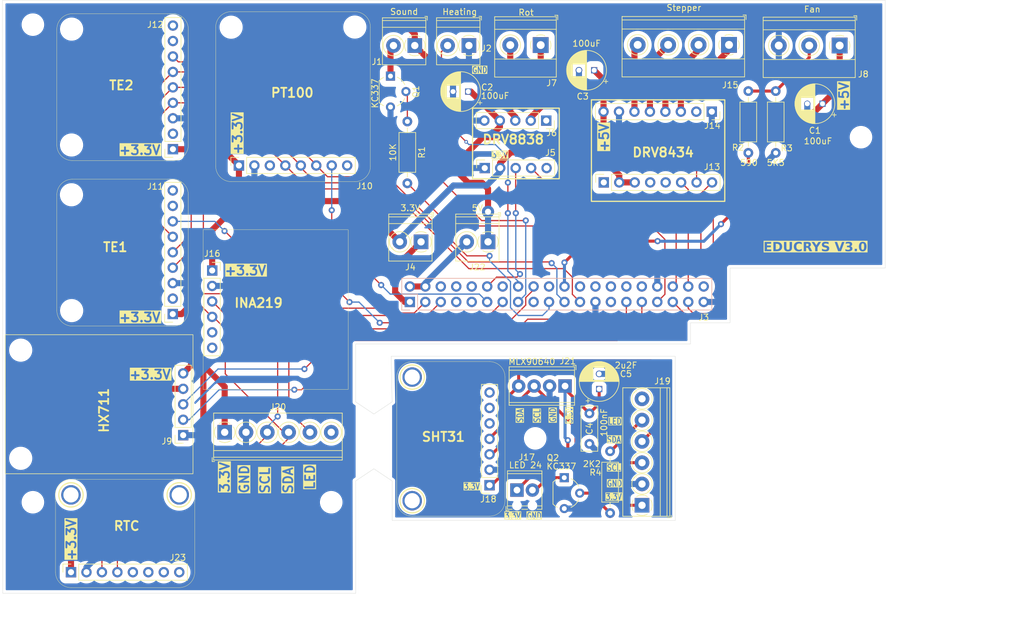
<source format=kicad_pcb>
(kicad_pcb (version 20240108) (generator "pcbnew") (generator_version "8.0")
  (layers (0 "F.Cu" signal) (31 "B.Cu" signal) (34 "B.Paste" user) (35 "F.Paste" user) (36 "B.SilkS" user "B.Silkscreen") (37 "F.SilkS" user "F.Silkscreen") (38 "B.Mask" user) (39 "F.Mask" user) (44 "Edge.Cuts" user))
  (net 0 "")
  (net 1 "+5V")
  (net 2 "+3.3V_EXT")
  (net 3 "GND_EXT")
  (net 4 "Net-(J1-Pin_2)")
  (net 6 "+3.3V")
  (net 16 "GND")
  (net 23 "Net-(J6-Pin_2)")
  (net 24 "Net-(J6-Pin_3)")
  (net 25 "Net-(J8-Pin_2)")
  (net 26 "Net-(Q1-B)")
  (net 40 "Net-(J14-Pin_5)")
  (net 41 "Net-(J14-Pin_3)")
  (net 42 "Net-(J14-Pin_4)")
  (net 43 "Net-(J14-Pin_6)")
  (net 44 "Net-(J17-Pin_2)")
  (net 45 "Net-(Q2-B)")
  (net 46 "unconnected-(J18-Pin_6-Pad6)")
  (net 47 "unconnected-(J18-Pin_7-Pad7)")
  (net 48 "unconnected-(J18-Pin_5-Pad5)")
  (net 49 "+5V_LowEnd")
  (net 52 "SSR 23")
  (net 53 "SDA 2")
  (net 54 "LIN_ON 20")
  (net 55 "PT100_CS 17")
  (net 56 "SOUND 13")
  (net 57 "LED 24")
  (net 58 "T_SDI 10")
  (net 59 "LIN_PWM 19")
  (net 60 "W_DAT 5")
  (net 61 "W_CLK 6")
  (net 62 "FAN_PWM 25")
  (net 63 "TE1_CS 27")
  (net 64 "ROT_PWM 18")
  (net 65 "TE2_CS 22")
  (net 66 "T_CLK 11")
  (net 67 "SCL 3")
  (net 68 "ROT_DIR 16")
  (net 69 "LIN_DIR 16")
  (net 70 "T_SDI 9")
  (net 71 "SCL 3_EXT")
  (net 72 "SDA 2_EXT")
  (net 73 "LED 24_EXT")
  (net 76 "+3.3V_LowEnd")
  (net 78 "unconnected-(J23-Pin_5-Pad5)")
  (footprint "MountingHole:MountingHole_3.2mm_M3_DIN965" (layer "F.Cu") (at 110 127.5)
    (property "Reference" "H3" (hide yes))
    (property "Value" "MountingHole" (hide yes))
  )
  (footprint "Capacitor_THT:CP_Radial_D6.3mm_P2.50mm" (layer "F.Cu") (at 202.182379 56.5 180)
    (property "Reference" "C3")
    (property "Value" "100uF")
  )
  (footprint "Connector_PinSocket_2.54mm:PinSocket_1x05_P2.54mm_Vertical" (layer "F.Cu") (at 134.683 116.477 180)
    (property "Reference" "J9")
    (property "Value" "HX711")
  )
  (footprint "Connector_PinSocket_2.54mm:PinSocket_1x08_P2.54mm_Vertical" (layer "F.Cu") (at 221.499 63.3 -90)
    (property "Reference" "J14")
    (property "Value" "DRV8434_Right" (hide yes))
  )
  (footprint "STAND-OFF" (layer "F.Cu") (at 116.362263 49.734737 90)
    (property "Reference" "STANDOFF3" (hide yes))
    (property "Value" "STAND-OFF" (hide yes))
  )
  (footprint "MountingHole:MountingHole_3.2mm_M3_DIN965" (layer "F.Cu") (at 159 127.5)
    (property "Reference" "H4" (hide yes))
    (property "Value" "MountingHole" (hide yes))
  )
  (footprint "MountingHole:MountingHole_3.2mm_M3_DIN965" (layer "F.Cu") (at 192.5 117)
    (property "Reference" "H5" (hide yes))
    (property "Value" "MountingHole" (hide yes))
  )
  (footprint "Connector_PinSocket_2.54mm:PinSocket_1x08_P2.54mm_Vertical" (layer "F.Cu") (at 143.84 72.148559 90)
    (property "Reference" "J10")
    (property "Value" "PT100")
  )
  (footprint "Resistor_THT:R_Axial_DIN0207_L6.3mm_D2.5mm_P10.16mm_Horizontal" (layer "F.Cu") (at 232 70.08 90)
    (property "Reference" "R3")
    (property "Value" "5K5")
  )
  (footprint "Package_TO_SOT_THT:TO-92_Wide" (layer "F.Cu") (at 197.27 123.46 -90)
    (property "Reference" "Q2")
    (property "Value" "KC337")
  )
  (footprint "STAND-OFF" (layer "F.Cu") (at 162.876635 49.398686)
    (property "Reference" "STANDOFF3" (hide yes))
    (property "Value" "STAND-OFF" (hide yes))
  )
  (footprint "TerminalBlock_Phoenix:TerminalBlock_Phoenix_MKDS-1,5-4_1x04_P5.00mm_Horizontal" (layer "F.Cu") (at 224.329051 52.324 180)
    (property "Reference" "J15")
    (property "Value" "Stepper")
  )
  (footprint "MountingHole:MountingHole_3.2mm_M3_DIN965" (layer "F.Cu") (at 110 49)
    (property "Reference" "H1" (hide yes))
    (property "Value" "MountingHole" (hide yes))
  )
  (footprint "STAND-OFF" (layer "F.Cu") (at 116.339635 76.961314 90)
    (property "Reference" "STANDOFF3" (hide yes))
    (property "Value" "STAND-OFF" (hide yes))
  )
  (footprint "TerminalBlock_Phoenix:TerminalBlock_Phoenix_PT-1,5-2-3.5-H_1x02_P3.50mm_Horizontal" (layer "F.Cu") (at 173.75 84.7 180)
    (property "Reference" "J4")
    (property "Value" "3.3V")
  )
  (footprint "Capacitor_THT:CP_Radial_D6.3mm_P2.50mm" (layer "F.Cu") (at 203 108.9 90)
    (property "Reference" "C5")
    (property "Value" "2u2F")
  )
  (footprint "Connector_PinSocket_2.54mm:PinSocket_1x07_P2.54mm_Vertical" (layer "F.Cu") (at 185 124.7 180)
    (property "Reference" "J18")
    (property "Value" "SHT31")
  )
  (footprint "TerminalBlock_Phoenix:TerminalBlock_Phoenix_PT-1,5-6-3.5-H_1x06_P3.50mm_Horizontal" (layer "F.Cu") (at 141.5 116)
    (property "Reference" "J20")
    (property "Value" "ToExt")
  )
  (footprint "STAND-OFF" (layer "F.Cu") (at 116.350949 68.780051 90)
    (property "Reference" "STANDOFF3" (hide yes))
    (property "Value" "STAND-OFF" (hide yes))
  )
  (footprint "Resistor_THT:R_Axial_DIN0207_L6.3mm_D2.5mm_P10.16mm_Horizontal" (layer "F.Cu") (at 204.8 119.12 -90)
    (property "Reference" "R4")
    (property "Value" "2K2")
  )
  (footprint "TerminalBlock_Phoenix:TerminalBlock_Phoenix_MPT-0,5-2-2.54_1x02_P2.54mm_Horizontal" (layer "F.Cu") (at 189.5 125.5)
    (property "Reference" "J17")
    (property "Value" "LED 24")
  )
  (footprint "Connector_PinSocket_2.54mm:PinSocket_1x06_P2.54mm_Vertical" (layer "F.Cu") (at 139.446 89.408)
    (property "Reference" "J16")
    (property "Value" "INA219")
  )
  (footprint "Capacitor_THT:CP_Radial_D6.3mm_P2.50mm" (layer "F.Cu") (at 181.5 60 180)
    (property "Reference" "C2")
    (property "Value" "100uF")
  )
  (footprint "Capacitor_THT:C_Rect_L7.2mm_W2.5mm_P5.00mm_FKS2_FKP2_MKS2_MKP2" (layer "F.Cu") (at 201.4 112.9 -90)
    (property "Reference" "C4")
    (property "Value" "100nF")
  )
  (footprint "Capacitor_THT:CP_Radial_D6.3mm_P2.50mm" (layer "F.Cu") (at 239.68238 62 180)
    (property "Reference" "C1")
    (property "Value" "100uF")
  )
  (footprint "STAND-OFF" (layer "F.Cu") (at 108 120.28)
    (property "Reference" "STANDOFF1" (hide yes))
    (property "Value" "STAND-OFF" (hide yes))
  )
  (footprint "Connector_PinSocket_2.54mm:PinSocket_1x05_P2.54mm_Vertical" (layer "F.Cu") (at 194.31 64.77 -90)
    (property "Reference" "J6")
    (property "Value" "DRV8838_Right" (hide yes))
  )
  (footprint "TerminalBlock_Phoenix:TerminalBlock_Phoenix_PT-1,5-2-3.5-H_1x02_P3.50mm_Horizontal" (layer "F.Cu") (at 184.75 84.7 180)
    (property "Reference" "J22")
    (property "Value" "5V")
  )
  (footprint "TerminalBlock_Phoenix:TerminalBlock_Phoenix_PT-1,5-2-3.5-H_1x02_P3.50mm_Horizontal" (layer "F.Cu") (at 181.61 52.43 180)
    (property "Reference" "J2")
    (property "Value" "Heating")
  )
  (footprint "Resistor_THT:R_Axial_DIN0207_L6.3mm_D2.5mm_P10.16mm_Horizontal" (layer "F.Cu") (at 227.5 59.92 -90)
    (property "Reference" "R2")
    (property "Value" "590")
  )
  (footprint "MOUNTINGHOLE_2.5_PLATED" (layer "F.Cu") (at 172.295549 106.926651 90)
    (property "Reference" "U$20" (hide yes))
    (property "Value" "MOUNTINGHOLE2.5" (hide yes))
  )
  (footprint "Resistor_THT:R_Axial_DIN0207_L6.3mm_D2.5mm_P10.16mm_Horizontal" (layer "F.Cu") (at 171.5 64.92 -90)
    (property "Reference" "R1")
    (property "Value" "10K")
  )
  (footprint "Package_TO_SOT_THT:TO-92_Wide" (layer "F.Cu") (at 168.73 57.46 -90)
    (property "Reference" "Q1")
    (property "Value" "KC337")
  )
  (footprint "Connector_PinSocket_2.54mm:PinSocket_1x08_P2.54mm_Vertical" (layer "F.Cu") (at 203.76 74.93 90)
    (property "Reference" "J13")
    (property "Value" "DRV8434_Left" (hide yes))
  )
  (footprint "MOUNTINGHOLE_2.5_PLATED" (layer "F.Cu") (at 172.295549 127.246651 90)
    (property "Reference" "U$19" (hide yes))
    (property "Value" "MOUNTINGHOLE2.5" (hide yes))
  )
  (footprint "Connector_PinSocket_2.54mm:PinSocket_1x08_P2.54mm_Vertical" (layer "F.Cu") (at 116.26185 138.99485 90)
    (property "Reference" "J23")
    (property "Value" "RTC")
  )
  (footprint "Connector_PinSocket_2.54mm:PinSocket_1x05_P2.54mm_Vertical" (layer "F.Cu") (at 184.21 72.5678 90)
    (property "Reference" "J5")
    (property "Value" "DRV8838_Left" (hide yes))
  )
  (footprint "TerminalBlock_Phoenix:TerminalBlock_Phoenix_MKDS-1,5-2_1x02_P5.00mm_Horizontal" (layer "F.Cu") (at 193.401051 52.36 180)
    (property "Reference" "J7")
    (property "Value" "Rot")
  )
  (footprint "MOUNTINGHOLE_2.5_PLATED" (layer "F.Cu") (at 134.035799 126.288799)
    (property "Reference" "U$6" (hide yes))
    (property "Value" "MOUNTINGHOLE2.5" (hide yes))
  )
  (footprint "MOUNTINGHOLE_2.5_PLATED" (layer "F.Cu") (at 116.255799 126.288799)
    (property "Reference" "U$7" (hide yes))
    (property "Value" "MOUNTINGHOLE2.5" (hide yes))
  )
  (footprint "TerminalBlock_Phoenix:TerminalBlock_Phoenix_PT-1,5-2-3.5-H_1x02_P3.50mm_Horizontal" (layer "F.Cu") (at 172.72 52.435 180)
    (property "Reference" "J1")
    (property "Value" "Sound")
  )
  (footprint "Connector_PinSocket_2.54mm:PinSocket_1x09_P2.54mm_Vertical" (layer "F.Cu") (at 133 69.472 180)
    (property "Reference" "J12")
    (property "Value" "TE2")
  )
  (footprint "TerminalBlock_Phoenix:TerminalBlock_Phoenix_MPT-0,5-4-2.54_1x04_P2.54mm_Horizontal" (layer "F.Cu") (at 197.4 108.4 180)
    (property "Reference" "J21")
    (property "Value" "MLX90640")
  )
  (footprint "MountingHole:MountingHole_3.2mm_M3_DIN965" (layer "F.Cu") (at 246 67.5)
    (property "Reference" "H2" (hide yes))
    (property "Value" "MountingHole" (hide yes))
  )
  (footprint "STAND-OFF" (layer "F.Cu") (at 142.556635 49.421314)
    (property "Reference" "STANDOFF3" (hide yes))
    (property "Value" "STAND-OFF" (hide yes))
  )
  (footprint "TerminalBlock_Phoenix:TerminalBlock_Phoenix_MKDS-1,5-3_1x03_P5.00mm_Horizontal" (layer "F.Cu") (at 242.5 52.437 180)
    (property "Reference" "J8")
    (property "Value" "Fan")
  )
  (footprint "STAND-OFF" (layer "F.Cu") (at 116.366949 96 90)
    (property "Reference" "STANDOFF3" (hide yes))
    (property "Value" "STAND-OFF" (hide yes))
  )
  (footprint "STAND-OFF" (layer "F.Cu") (at 108 102.5)
    (property "Reference" "STANDOFF3" (hide yes))
    (property "Value" "STAND-OFF" (hide yes))
  )
  (footprint "Connector_PinSocket_2.54mm:PinSocket_1x09_P2.54mm_Vertical" (layer "F.Cu") (at 132.975 96.571949 180)
    (property "Reference" "J11")
    (property "Value" "TE1")
  )
  (footprint "TerminalBlock_Phoenix:TerminalBlock_Phoenix_PT-1,5-6-3.5-H_1x06_P3.50mm_Horizontal" (layer "F.Cu") (at 210.04 128 90)
    (property "Reference" "J19")
    (property "Value" "ToMain")
  )
  (footprint "Connector_PinSocket_2.54mm:PinSocket_2x20_P2.54mm_Vertical" (layer "B.Cu") (at 171.911051 94.575 -90)
    (property "Reference" "J3")
    (property "Value" "RaspberryPi4B")
  )
  (gr_line (start 116.477949 74.41) (end 132.987949 74.41) (stroke (width 0.05)) (layer "F.SilkS"))
  (gr_line (start 116.477949 47.206051) (end 132.987949 47.206051) (stroke (width 0.05)) (layer "F.SilkS"))
  (gr_line (start 184.995549 104.386651) (end 172.295549 104.386651) (stroke (width 0.05)) (layer "F.SilkS"))
  (gr_rect (start 201.73 61.36) (end 223.63 78.04) (stroke (width 0.2)) (fill none) (layer "F.SilkS"))
  (gr_line (start 187.535549 127.246651) (end 187.535549 106.926651) (stroke (width 0.05)) (layer "F.SilkS"))
  (gr_arc (start 134.035799 123.748799) (mid 135.83185 124.492748) (end 136.575799 126.288799) (stroke (width 0.05)) (layer "F.SilkS"))
  (gr_arc (start 135.527949 68.796051) (mid 134.784047 70.592163) (end 132.987949 71.336051) (stroke (width 0.05)) (layer "F.SilkS"))
  (gr_arc (start 132.987949 74.41) (mid 134.783986 75.153963) (end 135.527949 76.95) (stroke (width 0.05)) (layer "F.SilkS"))
  (gr_arc (start 172.295549 129.786651) (mid 170.499498 129.042702) (end 169.755549 127.246651) (stroke (width 0.05)) (layer "F.SilkS"))
  (gr_line (start 165.427949 72.27) (end 165.427949 49.41) (stroke (width 0.05)) (layer "F.SilkS"))
  (gr_line (start 135.527949 76.95) (end 135.527949 96) (stroke (width 0.05)) (layer "F.SilkS"))
  (gr_line (start 134.035799 141.528799) (end 116.255799 141.528799) (stroke (width 0.05)) (layer "F.SilkS"))
  (gr_arc (start 162.887949 46.87) (mid 164.683971 47.613978) (end 165.427949 49.41) (stroke (width 0.05)) (layer "F.SilkS"))
  (gr_arc (start 135.527949 96) (mid 134.78403 97.796081) (end 132.987949 98.54) (stroke (width 0.05)) (layer "F.SilkS"))
  (gr_line (start 136.575799 126.288799) (end 136.575799 138.988799) (stroke (width 0.05)) (layer "F.SilkS"))
  (gr_arc (start 142.5702 74.803) (mid 140.774113 74.059082) (end 140.0302 72.263) (stroke (width 0.05)) (layer "F.SilkS"))
  (gr_arc (start 113.715799 126.288799) (mid 114.459748 124.492748) (end 116.255799 123.748799) (stroke (width 0.05)) (layer "F.SilkS"))
  (gr_arc (start 116.477949 71.336051) (mid 114.681883 70.592117) (end 113.937949 68.796051) (stroke (width 0.05)) (layer "F.SilkS"))
  (gr_line (start 140.027949 49.41) (end 140.027949 72.27) (stroke (width 0.05)) (layer "F.SilkS"))
  (gr_rect (start 137.9548 82.705) (end 161.78 108.961) (stroke (width 0.05)) (fill none) (layer "F.SilkS"))
  (gr_line (start 132.987949 98.54) (end 116.477949 98.54) (stroke (width 0.05)) (layer "F.SilkS"))
  (gr_line (start 132.987949 71.336051) (end 116.477949 71.336051) (stroke (width 0.05)) (layer "F.SilkS"))
  (gr_arc (start 184.995549 104.386651) (mid 186.7916 105.1306) (end 187.535549 106.926651) (stroke (width 0.05)) (layer "F.SilkS"))
  (gr_line (start 135.527949 49.746051) (end 135.527949 68.796051) (stroke (width 0.05)) (layer "F.SilkS"))
  (gr_line (start 169.755549 106.926651) (end 169.755549 127.246651) (stroke (width 0.05)) (layer "F.SilkS"))
  (gr_line (start 142.5702 74.81) (end 162.8902 74.81) (stroke (width 0.05)) (layer "F.SilkS"))
  (gr_arc (start 169.755549 106.926651) (mid 170.499498 105.1306) (end 172.295549 104.386651) (stroke (width 0.05)) (layer "F.SilkS"))
  (gr_arc (start 165.4302 72.27) (mid 164.686254 74.066069) (end 162.8902 74.81) (stroke (width 0.05)) (layer "F.SilkS"))
  (gr_line (start 162.887949 46.87) (end 142.567949 46.87) (stroke (width 0.05)) (layer "F.SilkS"))
  (gr_rect (start 105.46 99.96) (end 136.2956 122.82) (stroke (width 0.1)) (fill none) (layer "F.SilkS"))
  (gr_arc (start 113.937949 49.746051) (mid 114.681944 47.950061) (end 116.477949 47.206051) (stroke (width 0.05)) (layer "F.SilkS"))
  (gr_arc (start 116.477949 98.54) (mid 114.681883 97.796066) (end 113.937949 96) (stroke (width 0.05)) (layer "F.SilkS"))
  (gr_arc (start 136.575799 138.988799) (mid 135.83185 140.78485) (end 134.035799 141.528799) (stroke (width 0.05)) (layer "F.SilkS"))
  (gr_arc (start 113.937949 76.95) (mid 114.681927 75.153978) (end 116.477949 74.41) (stroke (width 0.05)) (layer "F.SilkS"))
  (gr_line (start 113.937949 68.796051) (end 113.937949 49.746051) (stroke (width 0.05)) (layer "F.SilkS"))
  (gr_line (start 172.295549 129.786651) (end 184.995549 129.786651) (stroke (width 0.05)) (layer "F.SilkS"))
  (gr_line (start 113.715799 138.988799) (end 113.715799 126.288799) (stroke (width 0.05)) (layer "F.SilkS"))
  (gr_arc (start 132.987949 47.206051) (mid 134.784018 47.949997) (end 135.527949 49.746051) (stroke (width 0.05)) (layer "F.SilkS"))
  (gr_line (start 116.255799 123.748799) (end 134.035799 123.748799) (stroke (width 0.05)) (layer "F.SilkS"))
  (gr_arc (start 187.535549 127.246651) (mid 186.7916 129.042702) (end 184.995549 129.786651) (stroke (width 0.05)) (layer "F.SilkS"))
  (gr_arc (start 116.255799 141.528799) (mid 114.459748 140.78485) (end 113.715799 138.988799) (stroke (width 0.05)) (layer "F.SilkS"))
  (gr_arc (start 140.027949 49.41) (mid 140.771898 47.613949) (end 142.567949 46.87) (stroke (width 0.05)) (layer "F.SilkS"))
  (gr_line (start 113.937949 96) (end 113.937949 76.95) (stroke (width 0.05)) (layer "F.SilkS"))
  (gr_rect (start 182.208949 62.7288) (end 196.448949 74.3288) (stroke (width 0.2)) (fill none) (layer "F.SilkS"))
  (gr_poly (pts (xy 105 45) (xy 250 45) (xy 250 89) (xy 224.5 89) (xy 224.5 98) (xy 218 98) (xy 218 101.5) (xy 163 101.5) (xy 163 103.5) (xy 163 111) (xy 166 113) (xy 169 111) (xy 168.8512 103.5) (xy 215.5 103.5) (xy 215.5 130.5) (xy 169 130.5) (xy 169 124) (xy 166 122) (xy 163 124) (xy 163.040539 142.45776) (xy 105.040539 142.45776)) (stroke (width 0.05)) (fill none) (layer "Edge.Cuts"))
  (gr_text "GND" (at 196 114.5 90) (layer "F.SilkS" knockout) (effects (font (size 1 0.8)) (justify left bottom)))
  (gr_text "SDA" (at 152.8 126.2 90) (layer "F.SilkS" knockout) (effects (font (size 1.5 1.5) (thickness 0.3) (bold yes)) (justify left bottom)))
  (gr_text "SDA" (at 190.6 114.5 90) (layer "F.SilkS" knockout) (effects (font (size 1 0.8)) (justify left bottom)))
  (gr_text "SDA" (at 204.2 117.8 0) (layer "F.SilkS" knockout) (effects (font (size 1 0.8)) (justify left bottom)))
  (gr_text "GND" (at 191 130.3 0) (layer "F.SilkS" knockout) (effects (font (size 1 0.8)) (justify left bottom)))
  (gr_text "DRV8434" (at 208.31 70.884 0) (layer "F.SilkS") (effects (font (size 1.5 1.5) (thickness 0.3) (bold yes)) (justify left bottom)))
  (gr_text "GND" (at 204.2 125 0) (layer "F.SilkS" knockout) (effects (font (size 1 0.8)) (justify left bottom)))
  (gr_text "+3.3V" (at 125.683 107.397 0) (layer "F.SilkS" knockout) (effects (font (size 1.5 1.5) (thickness 0.3) (bold yes)) (justify left bottom)))
  (gr_text "3.3V" (at 187.4 130.3 0) (layer "F.SilkS" knockout) (effects (font (size 1 0.8)) (justify left bottom)))
  (gr_text "SHT31" (at 177.42 116.75 0) (layer "F.SilkS") (effects (font (size 1.5 1.5) (thickness 0.3) (bold yes))))
  (gr_text "3.3V" (at 180.7 125.5 0) (layer "F.SilkS" knockout) (effects (font (size 1 0.8)) (justify left bottom)))
  (gr_text "+5V" (at 244.094 63.246 90) (layer "F.SilkS" knockout) (effects (font (size 1.5 1.5) (thickness 0.3) (bold yes)) (justify left bottom)))
  (gr_text "LED" (at 156.4 125.6 90) (layer "F.SilkS" knockout) (effects (font (size 1.5 1.5) (thickness 0.3) (bold yes)) (justify left bottom)))
  (gr_text "SCL" (at 204.2 122.4 0) (layer "F.SilkS" knockout) (effects (font (size 1 0.8)) (justify left bottom)))
  (gr_text "+3.3V" (at 117.2 137.2 90) (layer "F.SilkS" knockout) (effects (font (size 1.5 1.5) (thickness 0.3) (bold yes)) (justify left bottom)))
  (gr_text "EDUCRYS V3.0" (at 238.5 86.5 0) (layer "F.SilkS" knockout) (effects (font (size 1.5 1.5) (thickness 0.3) (bold yes)) (justify bottom)))
  (gr_text "LED" (at 204.4 114.8 0) (layer "F.SilkS" knockout) (effects (font (size 1 0.8)) (justify left bottom)))
  (gr_text "DRV8838" (at 183.6928 68.7578 0) (layer "F.SilkS") (effects (font (size 1.5 1.5) (thickness 0.3) (bold yes)) (justify left bottom)))
  (gr_text "+3.3V" (at 124 98 0) (layer "F.SilkS" knockout) (effects (font (size 1.5 1.5) (thickness 0.3) (bold yes)) (justify left bottom)))
  (gr_text "GND" (at 145.6 126.2 90) (layer "F.SilkS" knockout) (effects (font (size 1.5 1.5) (thickness 0.3) (bold yes)) (justify left bottom)))
  (gr_text "+3.3V" (at 124 70.5 0) (layer "F.SilkS" knockout) (effects (font (size 1.5 1.5) (thickness 0.3) (bold yes)) (justify left bottom)))
  (gr_text "3.3V" (at 198.7 114.6 90) (layer "F.SilkS" knockout) (effects (font (size 1 0.8)) (justify left bottom)))
  (gr_text "GND" (at 182.0672 57.0484 0) (layer "F.SilkS" knockout) (effects (font (size 1 0.8)) (justify left bottom)))
  (gr_text "3.3V" (at 204 127.2 0) (layer "F.SilkS" knockout) (effects (font (size 1 0.8)) (justify left bottom)))
  (gr_text "+5V" (at 204.6986 70.0278 90) (layer "F.SilkS" knockout) (effects (font (size 1.5 1.5) (thickness 0.3) (bold yes)) (justify left bottom)))
  (gr_text "SCL" (at 193.4 114.5 90) (layer "F.SilkS" knockout) (effects (font (size 1 0.8)) (justify left bottom)))
  (gr_text "+3.3V" (at 141.351 90.297 0) (layer "F.SilkS" knockout) (effects (font (size 1.5 1.5) (thickness 0.3) (bold yes)) (justify left bottom)))
  (gr_text "3.3V" (at 142.4 126 90) (layer "F.SilkS" knockout) (effects (font (size 1.5 1.5) (thickness 0.3) (bold yes)) (justify left bottom)))
  (gr_text "SCL" (at 149 126.2 90) (layer "F.SilkS" knockout) (effects (font (size 1.5 1.5) (thickness 0.3) (bold yes)) (justify left bottom)))
  (gr_text "3.3V" (at 185.3 71 0) (layer "F.SilkS" knockout) (effects (font (size 1 0.8)) (justify left bottom)))
  (gr_text "+3.3V" (at 144.5 70.5 90) (layer "F.SilkS" knockout) (effects (font (size 1.5 1.5) (thickness 0.3) (bold yes)) (justify left bottom)))
  (gr_text "RTC" (at 125.4 131.4 0) (layer "F.SilkS") (effects (font (size 1.5 1.5) (thickness 0.3) (bold yes))))
  (gr_text "INA219" (at 147.066 94.742 0) (layer "F.SilkS") (effects (font (size 1.5 1.5) (thickness 0.3) (bold yes))))
  (segment (start 172.72 50.546) (end 172.72 52.435) (width 1) (layer "F.Cu") (net 1))
  (segment (start 137.668 49.022) (end 137.668 50.8) (width 1) (layer "F.Cu") (net 1))
  (segment (start 121.5 104.357) (end 121.5 50.966) (width 1) (layer "F.Cu") (net 1))
  (segment (start 185 67.5) (end 202 67.5) (width 1) (layer "F.Cu") (net 1))
  (segment (start 140.208 53.34) (end 163.83 53.34) (width 1) (layer "F.Cu") (net 1))
  (segment (start 242.5 59.18238) (end 239.68238 62) (width 1) (layer "F.Cu") (net 1))
  (segment (start 181.92 60) (end 186.69 64.77) (width 1) (layer "F.Cu") (net 1))
  (segment (start 175.25 54.965) (end 172.72 52.435) (width 1) (layer "F.Cu") (net 1))
  (segment (start 135.382 46.736) (end 137.668 49.022) (width 1) (layer "F.Cu") (net 1))
  (segment (start 202 67.5) (end 234.18238 67.5) (width 1) (layer "F.Cu") (net 1))
  (segment (start 126 108.857) (end 121.5 104.357) (width 1) (layer "F.Cu") (net 1))
  (segment (start 167.894 49.276) (end 171.45 49.276) (width 1) (layer "F.Cu") (net 1))
  (segment (start 186.69 65.81) (end 185 67.5) (width 1) (layer "F.Cu") (net 1))
  (segment (start 180 73.5) (end 180 71.4) (width 1) (layer "F.Cu") (net 1))
  (segment (start 183.78 75) (end 181.5 75) (width 1) (layer "F.Cu") (net 1))
  (segment (start 234.18238 67.5) (end 239.68238 62) (width 1) (layer "F.Cu") (net 1))
  (segment (start 125.73 46.736) (end 135.382 46.736) (width 1) (layer "F.Cu") (net 1))
  (segment (start 186.69 64.77) (end 186.69 65.81) (width 1) (layer "F.Cu") (net 1))
  (segment (start 134.683 108.857) (end 126 108.857) (width 1) (layer "F.Cu") (net 1))
  (segment (start 180 71.4) (end 183.9 67.5) (width 1) (layer "F.Cu") (net 1))
  (segment (start 175.25 68.75) (end 175.25 54.965) (width 1) (layer "F.Cu") (net 1))
  (segment (start 137.668 50.8) (end 140.208 53.34) (width 1) (layer "F.Cu") (net 1))
  (segment (start 163.83 53.34) (end 167.894 49.276) (width 1) (layer "F.Cu") (net 1))
  (segment (start 181.5 60) (end 181.92 60) (width 1) (layer "F.Cu") (net 1))
  (segment (start 121.5 50.966) (end 125.73 46.736) (width 1) (layer "F.Cu") (net 1))
  (segment (start 242.5 52.437) (end 242.5 59.18238) (width 1) (layer "F.Cu") (net 1))
  (segment (start 184.75 79.756) (end 184.75 75.97) (width 1) (layer "F.Cu") (net 1))
  (segment (start 203.719 63.3) (end 203.719 58.036621) (width 1) (layer "F.Cu") (net 1))
  (segment (start 171.45 49.276) (end 172.72 50.546) (width 1) (layer "F.Cu") (net 1))
  (segment (start 203.719 65.781) (end 202 67.5) (width 1) (layer "F.Cu") (net 1))
  (segment (start 203.719 58.036621) (end 202.182379 56.5) (width 1) (layer "F.Cu") (net 1))
  (segment (start 183.9 67.5) (end 185 67.5) (width 1) (layer "F.Cu") (net 1))
  (segment (start 181.5 75) (end 175.25 68.75) (width 1) (layer "F.Cu") (net 1))
  (segment (start 203.719 63.3) (end 203.719 65.781) (width 1) (layer "F.Cu") (net 1))
  (segment (start 184.75 75.97) (end 183.78 75) (width 1) (layer "F.Cu") (net 1))
  (via (at 184.75 79.756) (size 2) (drill 1) (layers "F.Cu" "B.Cu") (net 1))
  (segment (start 184.75 79.756) (end 184.75 84.7) (width 1) (layer "B.Cu") (net 1))
  (segment (start 200.99 121.99) (end 199.5 120.5) (width 0.5) (layer "F.Cu") (net 2))
  (segment (start 187.88 122.16) (end 185.34 124.7) (width 0.5) (layer "F.Cu") (net 2))
  (segment (start 199.5 120.5) (end 194.5 120.5) (width 0.5) (layer "F.Cu") (net 2))
  (segment (start 197.4 108.4) (end 197.4 108.9) (width 0.5) (layer "F.Cu") (net 2))
  (segment (start 197.855 120.355) (end 197.855 117.315) (width 0.5) (layer "F.Cu") (net 2))
  (segment (start 207 128) (end 200.99 121.99) (width 0.5) (layer "F.Cu") (net 2))
  (segment (start 203 108.9) (end 203 111.3) (width 0.5) (layer "F.Cu") (net 2))
  (segment (start 192.84 122.16) (end 187.88 122.16) (width 0.5) (layer "F.Cu") (net 2))
  (segment (start 210.04 128) (end 207 128) (width 0.5) (layer "F.Cu") (net 2))
  (segment (start 185.34 124.7) (end 185 124.7) (width 0.5) (layer "F.Cu") (net 2))
  (segment (start 203 111.3) (end 201.4 112.9) (width 0.5) (layer "F.Cu") (net 2))
  (segment (start 194.5 120.5) (end 192.84 122.16) (width 0.5) (layer "F.Cu") (net 2))
  (segment (start 197.4 108.9) (end 201.4 112.9) (width 0.5) (layer "F.Cu") (net 2))
  (segment (start 192.84 122.16) (end 189.5 125.5) (width 0.5) (layer "F.Cu") (net 2))
  (via (at 197.855 117.315) (size 1) (drill 0.5) (layers "F.Cu" "B.Cu") (net 2))
  (segment (start 197.4 116.86) (end 197.4 108.955) (width 0.5) (layer "B.Cu") (net 2))
  (segment (start 197.855 117.315) (end 197.4 116.86) (width 0.5) (layer "B.Cu") (net 2))
  (segment (start 185 122.16) (end 187.3364 122.16) (width 1) (layer "B.Cu") (net 3))
  (segment (start 203 106.4) (end 204.4 106.4) (width 1) (layer "B.Cu") (net 3))
  (segment (start 210.04 124.5) (end 206.8938 124.5) (width 1) (layer "B.Cu") (net 3))
  (segment (start 199.7804 128.54) (end 199.8218 128.4986) (width 1) (layer "B.Cu") (net 3))
  (segment (start 197.27 128.54) (end 199.7804 128.54) (width 1) (layer "B.Cu") (net 3))
  (segment (start 202.4 118.9) (end 202.4 120) (width 1) (layer "B.Cu") (net 3))
  (segment (start 187.3364 122.16) (end 187.4012 122.2248) (width 1) (layer "B.Cu") (net 3))
  (segment (start 194.86 108.955) (end 194.86 111.0146) (width 1) (layer "B.Cu") (net 3))
  (segment (start 204.4 106.4) (end 205.2 107.2) (width 1) (layer "B.Cu") (net 3))
  (segment (start 201.4 117.9) (end 202.4 118.9) (width 1) (layer "B.Cu") (net 3))
  (segment (start 168.73 57.46) (end 168.73 52.925) (width 1) (layer "F.Cu") (net 4))
  (segment (start 168.73 52.925) (end 169.22 52.435) (width 1) (layer "F.Cu") (net 4))
  (segment (start 143.84 72.148559) (end 143.84 77.34) (width 1) (layer "F.Cu") (net 6))
  (segment (start 134.428051 96.571949) (end 136 95) (width 1) (layer "F.Cu") (net 6))
  (segment (start 136 103) (end 136.5 103.5) (width 1) (layer "F.Cu") (net 6))
  (segment (start 206.3 74.93) (end 208.84 74.93) (width 1) (layer "F.Cu") (net 6))
  (segment (start 139.446 89.408) (end 139.446 85.598) (width 1) (layer "F.Cu") (net 6))
  (segment (start 186.75 72.5678) (end 186.75 71.75) (width 1) (layer "F.Cu") (net 6))
  (segment (start 136 95) (end 136 100) (width 1) (layer "F.Cu") (net 6))
  (segment (start 188.5 70) (end 202.572081 70) (width 1) (layer "F.Cu") (net 6))
  (segment (start 136.5 103.5) (end 141.5 108.5) (width 1) (layer "F.Cu") (net 6))
  (segment (start 138 118) (end 134 122) (width 1) (layer "F.Cu") (net 6))
  (segment (start 138 105) (end 138 118) (width 1) (layer "F.Cu") (net 6))
  (segment (start 125 122) (end 116.26185 130.73815) (width 1) (layer "F.Cu") (net 6))
  (segment (start 136 102.25) (end 136 105) (width 1) (layer "F.Cu") (net 6))
  (segment (start 144.5 78) (end 147 78) (width 1) (layer "F.Cu") (net 6))
  (segment (start 202.572081 70) (end 206.3 73.727919) (width 1) (layer "F.Cu") (net 6))
  (segment (start 139.424 82.776) (end 139.424 85.576) (width 1) (layer "F.Cu") (net 6))
  (segment (start 136 89) (end 136 95) (width 1) (layer "F.Cu") (net 6))
  (segment (start 136.5 103.5) (end 138 105) (width 1) (layer "F.Cu") (net 6))
  (segment (start 186.75 71.75) (end 188.5 70) (width 1) (layer "F.Cu") (net 6))
  (segment (start 136 105) (end 134.683 106.317) (width 1) (layer "F.Cu") (net 6))
  (segment (start 132.975 96.571949) (end 134.428051 96.571949) (width 1) (layer "F.Cu") (net 6))
  (segment (start 163.55 78) (end 147 78) (width 1) (layer "F.Cu") (net 6))
  (segment (start 139.424 85.576) (end 136 89) (width 1) (layer "F.Cu") (net 6))
  (segment (start 134 122) (end 125 122) (width 1) (layer "F.Cu") (net 6))
  (segment (start 206.3 73.727919) (end 206.3 74.93) (width 1) (layer "F.Cu") (net 6))
  (segment (start 141.5 108.5) (end 141.5 116) (width 1) (layer "F.Cu") (net 6))
  (segment (start 116.26185 130.73815) (end 116.26185 138.99485) (width 1) (layer "F.Cu") (net 6))
  (segment (start 141.163441 69.472) (end 143.84 72.148559) (width 1) (layer "F.Cu") (net 6))
  (segment (start 139.446 85.598) (end 139.424 85.576) (width 1) (layer "F.Cu") (net 6))
  (segment (start 147 78) (end 144.2 78) (width 1) (layer "F.Cu") (net 6))
  (segment (start 144.2 78) (end 139.424 82.776) (width 1) (layer "F.Cu") (net 6))
  (segment (start 170.25 84.7) (end 163.55 78) (width 1) (layer "F.Cu") (net 6))
  (segment (start 136 100) (end 136 102.25) (width 1) (layer "F.Cu") (net 6))
  (segment (start 143.84 77.34) (end 144.5 78) (width 1) (layer "F.Cu") (net 6))
  (segment (start 133 69.472) (end 141.163441 69.472) (width 1) (layer "F.Cu") (net 6))
  (segment (start 170.25 84.7) (end 170.25 84.25) (width 1) (layer "B.Cu") (net 6))
  (segment (start 179.062 75.438) (end 184.516415 75.438) (width 1) (layer "B.Cu") (net 6))
  (segment (start 184.516415 75.438) (end 186.75 73.204415) (width 1) (layer "B.Cu") (net 6))
  (segment (start 170.25 84.25) (end 179.062 75.438) (width 1) (layer "B.Cu") (net 6))
  (segment (start 186.75 73.204415) (end 186.75 72.5678) (width 1) (layer "B.Cu") (net 6))
  (segment (start 212.551051 89.348949) (end 212.7 89.2) (width 1) (layer "B.Cu") (net 16))
  (segment (start 184.15 64.77) (end 181.83 64.77) (width 1) (layer "B.Cu") (net 16))
  (segment (start 146.38 72.148559) (end 146.38 76.62) (width 1) (layer "B.Cu") (net 16))
  (segment (start 220.171051 94.575) (end 222.875 94.575) (width 1) (layer "B.Cu") (net 16))
  (segment (start 133 64.392) (end 136.608 64.392) (width 1) (layer "B.Cu") (net 16))
  (segment (start 179 60) (end 179 62.9) (width 1) (layer "B.Cu") (net 16))
  (segment (start 118.795799 138.226799) (end 118.795799 138.988799) (width 0.4064) (layer "B.Cu") (net 16))
  (segment (start 118.80185 138.99485) (end 118.80185 138.19815) (width 1) (layer "B.Cu") (net 16))
  (segment (start 145 116) (end 145 119) (width 1) (layer "B.Cu") (net 16))
  (segment (start 181.61 52.43) (end 181.61 55.39) (width 1) (layer "B.Cu") (net 16))
  (segment (start 179 60) (end 179 57.8) (width 1) (layer "B.Cu") (net 16))
  (segment (start 132.975 91.491949) (end 135.491949 91.491949) (width 1) (layer "B.Cu") (net 16))
  (segment (start 136.608 64.392) (end 137 64) (width 1) (layer "B.Cu") (net 16))
  (segment (start 230 72.08) (end 230 72.1) (width 1) (layer "B.Cu") (net 16))
  (segment (start 168.73 64.97) (end 168.7 65) (width 1) (layer "B.Cu") (net 16))
  (segment (start 206.259 66.741) (end 206 67) (width 1) (layer "B.Cu") (net 16))
  (segment (start 134.683 116.477) (end 137.523 116.477) (width 1) (layer "B.Cu") (net 16))
  (segment (start 221.499 66.799) (end 221.7 67) (width 1) (layer "B.Cu") (net 16))
  (segment (start 202.391051 97.291051) (end 202.4 97.3) (width 1) (layer "B.Cu") (net 16))
  (segment (start 237.18238 66.81762) (end 237 67) (width 1) (layer "B.Cu") (net 16))
  (segment (start 222.875 94.575) (end 222.9 94.6) (width 1) (layer "B.Cu") (net 16))
  (segment (start 232 70.08) (end 230 72.08) (width 1) (layer "B.Cu") (net 16))
  (segment (start 237.18238 62) (end 237.18238 66.81762) (width 1) (layer "B.Cu") (net 16))
  (segment (start 232.5 49.276) (end 232.5 55.79) (width 1) (layer "B.Cu") (net 16))
  (segment (start 139.446 91.948) (end 142.748 91.948) (width 1) (layer "B.Cu") (net 16))
  (segment (start 184.21 72.5678) (end 181.5678 72.5678) (width 1) (layer "B.Cu") (net 16))
  (segment (start 206.259 63.3) (end 206.259 66.741) (width 1) (layer "B.Cu") (net 16))
  (segment (start 118.80185 138.19815) (end 120 137) (width 1) (layer "B.Cu") (net 16))
  (segment (start 142.748 91.948) (end 143.002 92.202) (width 1) (layer "B.Cu") (net 16))
  (segment (start 202.391051 94.575) (end 202.391051 97.291051) (width 1) (layer "B.Cu") (net 16))
  (segment (start 199.682379 59.817621) (end 199.6 59.9) (width 1) (layer "B.Cu") (net 16))
  (segment (start 181.61 55.39) (end 181.4 55.6) (width 1) (layer "B.Cu") (net 16))
  (segment (start 199.682379 56.5) (end 199.682379 59.817621) (width 1) (layer "B.Cu") (net 16))
  (segment (start 221.499 63.3) (end 221.499 66.799) (width 1) (layer "B.Cu") (net 16))
  (segment (start 168.73 62.54) (end 168.73 64.97) (width 1) (layer "B.Cu") (net 16))
  (segment (start 145 116) (end 145 113) (width 1) (layer "B.Cu") (net 16))
  (segment (start 181.83 64.77) (end 181.7 64.9) (width 1) (layer "B.Cu") (net 16))
  (segment (start 232.5 55.79) (end 232.41 55.88) (width 1) (layer "B.Cu") (net 16))
  (segment (start 212.551051 92.035) (end 212.551051 89.348949) (width 1) (layer "B.Cu") (net 16))
  (segment (start 191.77 64.77) (end 191.77 64.23) (width 1) (layer "F.Cu") (net 23))
  (segment (start 191.77 64.23) (end 193.401051 62.598949) (width 1) (layer "F.Cu") (net 23))
  (segment (start 193.401051 62.598949) (end 193.401051 52.36) (width 1) (layer "F.Cu") (net 23))
  (segment (start 188.401051 63.342102) (end 189.23 64.171051) (width 1) (layer "F.Cu") (net 24))
  (segment (start 189.23 64.171051) (end 189.23 64.77) (width 1) (layer "F.Cu") (net 24))
  (segment (start 188.401051 52.36) (end 188.401051 63.342102) (width 1) (layer "F.Cu") (net 24))
  (segment (start 237.5 52.437) (end 237.5 54.42) (width 0.5) (layer "F.Cu") (net 25))
  (segment (start 227.5 59.92) (end 232 59.92) (width 0.5) (layer "F.Cu") (net 25))
  (segment (start 237.5 54.42) (end 232 59.92) (width 0.5) (layer "F.Cu") (net 25))
  (segment (start 171.5 60.23) (end 171.5 64.755) (width 0.2) (layer "F.Cu") (net 26))
  (segment (start 171.27 60) (end 171.5 60.23) (width 0.2) (layer "F.Cu") (net 26))
  (segment (start 211.339 55.361) (end 214.329051 52.370949) (width 1) (layer "F.Cu") (net 40))
  (segment (start 214.329051 52.370949) (end 214.329051 52.324) (width 1) (layer "F.Cu") (net 40))
  (segment (start 211.339 63.3) (end 211.339 55.361) (width 1) (layer "F.Cu") (net 40))
  (segment (start 224.329051 53.170949) (end 216.419 61.081) (width 1) (layer "F.Cu") (net 41))
  (segment (start 216.419 61.081) (end 216.419 63.3) (width 1) (layer "F.Cu") (net 41))
  (segment (start 224.329051 52.324) (end 224.329051 53.170949) (width 1) (layer "F.Cu") (net 41))
  (segment (start 213.879 58.621) (end 213.879 63.3) (width 1) (layer "F.Cu") (net 42))
  (segment (start 219.329051 53.170949) (end 213.879 58.621) (width 1) (layer "F.Cu") (net 42))
  (segment (start 219.329051 52.324) (end 219.329051 53.170949) (width 1) (layer "F.Cu") (net 42))
  (segment (start 208.799 52.854051) (end 209.329051 52.324) (width 1) (layer "F.Cu") (net 43))
  (segment (start 208.799 63.3) (end 208.799 52.854051) (width 1) (layer "F.Cu") (net 43))
  (segment (start 194.58 123.46) (end 197.27 123.46) (width 0.5) (layer "F.Cu") (net 44))
  (segment (start 192.54 125.5) (end 194.58 123.46) (width 0.5) (layer "F.Cu") (net 44))
  (segment (start 192.04 125.5) (end 192.54 125.5) (width 0.5) (layer "F.Cu") (net 44))
  (segment (start 201.52 126) (end 204.8 129.28) (width 0.5) (layer "F.Cu") (net 45))
  (segment (start 199.81 126) (end 201.52 126) (width 0.5) (layer "F.Cu") (net 45))
  (segment (start 184.360549 112.006651) (end 184.995549 112.006651) (width 0.254) (layer "F.Cu") (net 46))
  (segment (start 184.487549 109.466651) (end 184.995549 109.466651) (width 0.254) (layer "B.Cu") (net 47))
  (segment (start 184.995549 114.546651) (end 184.995549 115.202451) (width 0.254) (layer "B.Cu") (net 48))
  (segment (start 174.451051 92.035) (end 171.911051 92.035) (width 1) (layer "F.Cu") (net 49))
  (segment (start 181.25 84.7) (end 174.451051 91.498949) (width 1) (layer "B.Cu") (net 49))
  (segment (start 174.451051 91.498949) (end 174.451051 92.035) (width 1) (layer "B.Cu") (net 49))
  (segment (start 188.0108 79.982342) (end 188.0108 74.7014) (width 0.2) (layer "F.Cu") (net 52))
  (segment (start 177.1 53.44) (end 178.11 52.43) (width 0.2) (layer "F.Cu") (net 52))
  (segment (start 181.164 68.264) (end 177.1 64.2) (width 0.2) (layer "F.Cu") (net 52))
  (segment (start 188.008557 79.984585) (end 188.0108 79.982342) (width 0.2) (layer "F.Cu") (net 52))
  (segment (start 177.1 64.2) (end 177.1 53.44) (width 0.2) (layer "F.Cu") (net 52))
  (via (at 188.008557 79.984585) (size 1) (drill 0.5) (layers "F.Cu" "B.Cu") (net 52))
  (via (at 188.0108 74.9554) (size 1) (drill 0.5) (layers "F.Cu" "B.Cu") (net 52))
  (via (at 181.164 68.264) (size 0.6) (drill 0.3) (layers "F.Cu" "B.Cu") (net 52))
  (segment (start 181.164 68.264) (end 181.6 68.7) (width 0.2) (layer "B.Cu") (net 52))
  (segment (start 188.0108 89.5108) (end 189.691051 91.191051) (width 0.2) (layer "B.Cu") (net 52))
  (segment (start 189.691051 91.191051) (end 189.691051 92.035) (width 0.2) (layer "B.Cu") (net 52))
  (segment (start 188.0108 74.9554) (end 188.0108 74.676) (width 0.2) (layer "B.Cu") (net 52))
  (segment (start 181.6 68.7) (end 185.9464 68.7) (width 0.2) (layer "B.Cu") (net 52))
  (segment (start 188.008557 79.984585) (end 188.0108 79.986828) (width 0.2) (layer "B.Cu") (net 52))
  (segment (start 185.9464 68.7) (end 188.04 70.7936) (width 0.2) (layer "B.Cu") (net 52))
  (segment (start 188.0108 79.986828) (end 188.0108 89.5108) (width 0.2) (layer "B.Cu") (net 52))
  (segment (start 188.04 70.7936) (end 188.04 74.9262) (width 0.2) (layer "B.Cu") (net 52))
  (segment (start 144.8 95.6) (end 168.8 95.6) (width 0.2) (layer "F.Cu") (net 53))
  (segment (start 151.2 116) (end 152 116) (width 0.2) (layer "F.Cu") (net 53))
  (segment (start 169.6 96.4) (end 172.626051 96.4) (width 0.2) (layer "F.Cu") (net 53))
  (segment (start 152 117) (end 136 133) (width 0.2) (layer "F.Cu") (net 53))
  (segment (start 137.975 93.225) (end 142.425 93.225) (width 0.2) (layer "F.Cu") (net 53))
  (segment (start 139.628 97.028) (end 141.6 99) (width 0.2) (layer "F.Cu") (net 53))
  (segment (start 142.425 93.225) (end 144.8 95.6) (width 0.2) (layer "F.Cu") (net 53))
  (segment (start 141.6 99) (end 141.6 106.4) (width 0.2) (layer "F.Cu") (net 53))
  (segment (start 172.626051 96.4) (end 174.451051 94.575) (width 0.2) (layer "F.Cu") (net 53))
  (segment (start 141.6 106.4) (end 151.2 116) (width 0.2) (layer "F.Cu") (net 53))
  (segment (start 123.88185 136.11815) (end 123.88185 138.99485) (width 0.2) (layer "F.Cu") (net 53))
  (segment (start 139.446 97.028) (end 139.628 97.028) (width 0.2) (layer "F.Cu") (net 53))
  (segment (start 137.4 93.8) (end 137.975 93.225) (width 0.2) (layer "F.Cu") (net 53))
  (segment (start 139.446 97.028) (end 139.428 97.028) (width 0.2) (layer "F.Cu") (net 53))
  (segment (start 168.8 95.6) (end 169.6 96.4) (width 0.2) (layer "F.Cu") (net 53))
  (segment (start 127 133) (end 123.88185 136.11815) (width 0.2) (layer "F.Cu") (net 53))
  (segment (start 136 133) (end 127 133) (width 0.2) (layer "F.Cu") (net 53))
  (segment (start 152 116) (end 152 117) (width 0.2) (layer "F.Cu") (net 53))
  (segment (start 137.4 95) (end 137.4 93.8) (width 0.2) (layer "F.Cu") (net 53))
  (segment (start 139.428 97.028) (end 137.4 95) (width 0.2) (layer "F.Cu") (net 53))
  (segment (start 139.573 97.028) (end 139.446 97.028) (width 0.2) (layer "B.Cu") (net 53))
  (segment (start 217.631051 76.101051) (end 216.46 74.93) (width 0.2) (layer "F.Cu") (net 54))
  (segment (start 217.631051 92.035) (end 217.631051 76.101051) (width 0.2) (layer "F.Cu") (net 54))
  (segment (start 167.2 91.8) (end 159.08 83.68) (width 0.2) (layer "F.Cu") (net 55))
  (segment (start 159.08 83.68) (end 159.08 79.5) (width 0.2) (layer "F.Cu") (net 55))
  (via (at 159.08 79.5) (size 1) (drill 0.5) (layers "F.Cu" "B.Cu") (net 55))
  (via (at 167.2 91.8) (size 1) (drill 0.5) (layers "F.Cu" "B.Cu") (net 55))
  (segment (start 168.685 93.285) (end 183.321051 93.285) (width 0.2) (layer "B.Cu") (net 55))
  (segment (start 167.2 91.8) (end 168.685 93.285) (width 0.2) (layer "B.Cu") (net 55))
  (segment (start 159.08 79.5) (end 159.08 72.148559) (width 0.2) (layer "B.Cu") (net 55))
  (segment (start 183.321051 93.285) (end 184.611051 94.575) (width 0.2) (layer "B.Cu") (net 55))
  (segment (start 213.801051 93.325) (end 212.551051 94.575) (width 0.2) (layer "F.Cu") (net 56))
  (segment (start 172.025 75.605) (end 178.5128 82.0928) (width 0.2) (layer "F.Cu") (net 56))
  (segment (start 178.5128 82.0928) (end 211.5928 82.0928) (width 0.2) (layer "F.Cu") (net 56))
  (segment (start 211.5928 82.0928) (end 213.801051 84.301051) (width 0.2) (layer "F.Cu") (net 56))
  (segment (start 213.801051 84.301051) (end 213.801051 93.325) (width 0.2) (layer "F.Cu") (net 56))
  (segment (start 190.941051 93.858949) (end 190.941051 95.092767) (width 0.2) (layer "F.Cu") (net 57))
  (segment (start 192.231051 92.568949) (end 190.941051 93.858949) (width 0.2) (layer "F.Cu") (net 57))
  (segment (start 152.04 112.54) (end 155.5 116) (width 0.2) (layer "F.Cu") (net 57))
  (segment (start 156.524 99) (end 152.04 103.484) (width 0.2) (layer "F.Cu") (net 57))
  (segment (start 187.033818 99) (end 156.524 99) (width 0.2) (layer "F.Cu") (net 57))
  (segment (start 152.04 103.484) (end 152.04 112.54) (width 0.2) (layer "F.Cu") (net 57))
  (segment (start 192.231051 92.035) (end 192.231051 92.568949) (width 0.2) (layer "F.Cu") (net 57))
  (segment (start 190.941051 95.092767) (end 187.033818 99) (width 0.2) (layer "F.Cu") (net 57))
  (segment (start 156.54 72.04) (end 141.272 56.772) (width 0.2) (layer "F.Cu") (net 58))
  (segment (start 141.272 56.772) (end 133 56.772) (width 0.2) (layer "F.Cu") (net 58))
  (segment (start 128 78.896949) (end 132.975 83.871949) (width 0.2) (layer "F.Cu") (net 58))
  (segment (start 185 87) (end 181.287258 87) (width 0.2) (layer "F.Cu") (net 58))
  (segment (start 158.391441 74) (end 156.54 72.148559) (width 0.2) (layer "F.Cu") (net 58))
  (segment (start 168.287258 74) (end 158.391441 74) (width 0.2) (layer "F.Cu") (net 58))
  (segment (start 156.54 72.148559) (end 156.54 72.04) (width 0.2) (layer "F.Cu") (net 58))
  (segment (start 181.287258 87) (end 168.287258 74) (width 0.2) (layer "F.Cu") (net 58))
  (segment (start 133 56.772) (end 128 61.772) (width 0.2) (layer "F.Cu") (net 58))
  (segment (start 128 61.772) (end 128 78.896949) (width 0.2) (layer "F.Cu") (net 58))
  (via (at 185 87) (size 1) (drill 0.5) (layers "F.Cu" "B.Cu") (net 58))
  (segment (start 188.441051 95.516909) (end 189.724142 96.8) (width 0.2) (layer "B.Cu") (net 58))
  (segment (start 185 87.8) (end 188.441051 91.241051) (width 0.2) (layer "B.Cu") (net 58))
  (segment (start 188.441051 91.241051) (end 188.441051 92.552767) (width 0.2) (layer "B.Cu") (net 58))
  (segment (start 189.724142 96.8) (end 193.7 96.8) (width 0.2) (layer "B.Cu") (net 58))
  (segment (start 193.7 96.8) (end 194.771051 95.728949) (width 0.2) (layer "B.Cu") (net 58))
  (segment (start 188.441051 92.5) (end 188.441051 95.516909) (width 0.2) (layer "B.Cu") (net 58))
  (segment (start 185 87) (end 185 87.8) (width 0.2) (layer "B.Cu") (net 58))
  (segment (start 194.771051 95.728949) (end 194.771051 94.575) (width 0.2) (layer "B.Cu") (net 58))
  (segment (start 219.71 72.39) (end 219 73.1) (width 0.2) (layer "F.Cu") (net 59))
  (segment (start 221.742 86.614) (end 221.742 80.01) (width 0.2) (layer "F.Cu") (net 59))
  (segment (start 221.742 80.01) (end 224 77.752) (width 0.2) (layer "F.Cu") (net 59))
  (segment (start 222.282 97.25) (end 223.012 96.52) (width 0.2) (layer "F.Cu") (net 59))
  (segment (start 223.52 72.39) (end 219.71 72.39) (width 0.2) (layer "F.Cu") (net 59))
  (segment (start 217.766051 97.25) (end 222.282 97.25) (width 0.2) (layer "F.Cu") (net 59))
  (segment (start 224 77.752) (end 224 72.87) (width 0.2) (layer "F.Cu") (net 59))
  (segment (start 215.091051 94.575) (end 217.766051 97.25) (width 0.2) (layer "F.Cu") (net 59))
  (segment (start 223.012 96.52) (end 223.012 87.884) (width 0.2) (layer "F.Cu") (net 59))
  (segment (start 219 73.1) (end 219 74.93) (width 0.2) (layer "F.Cu") (net 59))
  (segment (start 223.012 87.884) (end 221.742 86.614) (width 0.2) (layer "F.Cu") (net 59))
  (segment (start 224 72.87) (end 223.52 72.39) (width 0.2) (layer "F.Cu") (net 59))
  (segment (start 160.2 100) (end 188.671 100) (width 0.2) (layer "F.Cu") (net 60))
  (segment (start 191.262 97.409) (end 206.502 97.409) (width 0.2) (layer "F.Cu") (net 60))
  (segment (start 207.471051 96.439949) (end 207.471051 94.575) (width 0.2) (layer "F.Cu") (net 60))
  (segment (start 206.502 97.409) (end 207.471051 96.439949) (width 0.2) (layer "F.Cu") (net 60))
  (segment (start 154.6 105.6) (end 160.2 100) (width 0.2) (layer "F.Cu") (net 60))
  (segment (start 188.671 100) (end 191.262 97.409) (width 0.2) (layer "F.Cu") (net 60))
  (via (at 154.6 105.6) (size 1) (drill 0.5) (layers "F.Cu" "B.Cu") (net 60))
  (segment (start 134.683 111.317) (end 134.683 111.397) (width 0.2) (layer "B.Cu") (net 60))
  (segment (start 154.6 105.6) (end 140.4 105.6) (width 0.2) (layer "B.Cu") (net 60))
  (segment (start 140.4 105.6) (end 134.683 111.317) (width 0.2) (layer "B.Cu") (net 60))
  (segment (start 152.94 109) (end 154.144 109) (width 0.2) (layer "F.Cu") (net 61))
  (segment (start 154.144 109) (end 162.244 100.9) (width 0.2) (layer "F.Cu") (net 61))
  (segment (start 210.011051 96.820949) (end 210.011051 94.575) (width 0.2) (layer "F.Cu") (net 61))
  (segment (start 162.244 100.9) (end 205.932 100.9) (width 0.2) (layer "F.Cu") (net 61))
  (segment (start 205.932 100.9) (end 210.011051 96.820949) (width 0.2) (layer "F.Cu") (net 61))
  (via (at 152.94 109) (size 1) (drill 0.5) (layers "F.Cu" "B.Cu") (net 61))
  (segment (start 135.663 113.937) (end 134.683 113.937) (width 0.2) (layer "B.Cu") (net 61))
  (segment (start 140.6 109) (end 135.663 113.937) (width 0.2) (layer "B.Cu") (net 61))
  (segment (start 152.94 109) (end 140.6 109) (width 0.2) (layer "B.Cu") (net 61))
  (segment (start 212.598 84.582) (end 200.818 84.582) (width 0.5) (layer "F.Cu") (net 62))
  (segment (start 223.012 81.788) (end 227.5 77.3) (width 0.5) (layer "F.Cu") (net 62))
  (segment (start 227.5 77.3) (end 227.5 70.08) (width 0.5) (layer "F.Cu") (net 62))
  (segment (start 200.818 84.582) (end 197.3 88.1) (width 0.5) (layer "F.Cu") (net 62))
  (via (at 223.012 81.788) (size 1) (drill 0.5) (layers "F.Cu" "B.Cu") (net 62))
  (via (at 212.598 84.582) (size 1) (drill 0.5) (layers "F.Cu" "B.Cu") (net 62))
  (via (at 197.3 88.1) (size 1) (drill 0.5) (layers "F.Cu" "B.Cu") (net 62))
  (segment (start 212.616 84.6) (end 212.598 84.582) (width 0.5) (layer "B.Cu") (net 62))
  (segment (start 220.2 84.6) (end 212.616 84.6) (width 0.5) (layer "B.Cu") (net 62))
  (segment (start 223.012 81.788) (end 220.2 84.6) (width 0.5) (layer "B.Cu") (net 62))
  (segment (start 197.3 88.1) (end 197.3 92.023949) (width 0.5) (layer "B.Cu") (net 62))
  (segment (start 197.3 92.023949) (end 197.311051 92.035) (width 0.5) (layer "B.Cu") (net 62))
  (segment (start 141.5175 82.9265) (end 141.4735 82.9265) (width 0.2) (layer "F.Cu") (net 63))
  (segment (start 166.961 98) (end 183.726051 98) (width 0.2) (layer "F.Cu") (net 63))
  (segment (start 160.745 93.345) (end 151.936 93.345) (width 0.2) (layer "F.Cu") (net 63))
  (segment (start 162 94.6) (end 160.745 93.345) (width 0.2) (layer "F.Cu") (net 63))
  (segment (start 151.936 93.345) (end 141.5175 82.9265) (width 0.2) (layer "F.Cu") (net 63))
  (segment (start 183.726051 98) (end 187.151051 94.575) (width 0.2) (layer "F.Cu") (net 63))
  (via (at 162 94.6) (size 1) (drill 0.5) (layers "F.Cu" "B.Cu") (net 63))
  (via (at 141.4735 82.9265) (size 1) (drill 0.5) (layers "F.Cu" "B.Cu") (net 63))
  (via (at 166.961 98) (size 1) (drill 0.5) (layers "F.Cu" "B.Cu") (net 63))
  (segment (start 162 94.6) (end 163.561 94.6) (width 0.2) (layer "B.Cu") (net 63))
  (segment (start 163.561 94.6) (end 166.961 98) (width 0.2) (layer "B.Cu") (net 63))
  (segment (start 141.4735 82.9265) (end 139.878949 81.331949) (width 0.2) (layer "B.Cu") (net 63))
  (segment (start 141.4735 83.2825) (end 141.4735 82.9265) (width 0.2) (layer "B.Cu") (net 63))
  (segment (start 139.878949 81.331949) (end 132.975 81.331949) (width 0.2) (layer "B.Cu") (net 63))
  (segment (start 189.5 90.5) (end 186.146051 90.5) (width 0.2) (layer "F.Cu") (net 64))
  (segment (start 189.29 79.96618) (end 189.29 72.5678) (width 0.2) (layer "F.Cu") (net 64))
  (segment (start 189.308559 79.984739) (end 189.29 79.96618) (width 0.2) (layer "F.Cu") (net 64))
  (segment (start 190 90) (end 189.5 90.5) (width 0.2) (layer "F.Cu") (net 64))
  (segment (start 186.146051 90.5) (end 184.611051 92.035) (width 0.2) (layer "F.Cu") (net 64))
  (via (at 189.308559 79.984739) (size 1) (drill 0.5) (layers "F.Cu" "B.Cu") (net 64))
  (via (at 190 90) (size 1) (drill 0.5) (layers "F.Cu" "B.Cu") (net 64))
  (segment (start 189.308559 79.984739) (end 189.308559 89.308559) (width 0.2) (layer "B.Cu") (net 64))
  (segment (start 189.308559 89.308559) (end 190 90) (width 0.2) (layer "B.Cu") (net 64))
  (segment (start 190.941051 81.1928) (end 190.930051 81.2038) (width 0.2) (layer "F.Cu") (net 65))
  (segment (start 183.7038 81.2038) (end 157.618 55.118) (width 0.2) (layer "F.Cu") (net 65))
  (segment (start 133.886 55.118) (end 133 54.232) (width 0.2) (layer "F.Cu") (net 65))
  (segment (start 157.618 55.118) (end 133.886 55.118) (width 0.2) (layer "F.Cu") (net 65))
  (segment (start 190.930051 81.2038) (end 183.7038 81.2038) (width 0.2) (layer "F.Cu") (net 65))
  (via (at 190.941051 81.1928) (size 1) (drill 0.5) (layers "F.Cu" "B.Cu") (net 65))
  (segment (start 190.941051 93.325) (end 189.691051 94.575) (width 0.2) (layer "B.Cu") (net 65))
  (segment (start 190.941051 81.1928) (end 190.941051 93.325) (width 0.2) (layer "B.Cu") (net 65))
  (segment (start 132 72) (end 136 72) (width 0.2) (layer "F.Cu") (net 66))
  (segment (start 197.2 89.1) (end 181.6 89.1) (width 0.2) (layer "F.Cu") (net 66))
  (segment (start 181.6 89.1) (end 168.5 76) (width 0.2) (layer "F.Cu") (net 66))
  (segment (start 136 72) (end 138 74) (width 0.2) (layer "F.Cu") (net 66))
  (segment (start 133 61.852) (end 130 64.852) (width 0.2) (layer "F.Cu") (net 66))
  (segment (start 130 70) (end 132 72) (width 0.2) (layer "F.Cu") (net 66))
  (segment (start 141.163441 61.852) (end 133 61.852) (width 0.2) (layer "F.Cu") (net 66))
  (segment (start 130 64.852) (end 130 70) (width 0.2) (layer "F.Cu") (net 66))
  (segment (start 198.601051 93.325) (end 198.601051 90.501051) (width 0.2) (layer "F.Cu") (net 66))
  (segment (start 155.311441 76) (end 151.46 72.148559) (width 0.2) (layer "F.Cu") (net 66))
  (segment (start 199.851051 94.575) (end 198.601051 93.325) (width 0.2) (layer "F.Cu") (net 66))
  (segment (start 138 74) (end 138 83.926949) (width 0.2) (layer "F.Cu") (net 66))
  (segment (start 138 83.926949) (end 132.975 88.951949) (width 0.2) (layer "F.Cu") (net 66))
  (segment (start 168.5 76) (end 155.311441 76) (width 0.2) (layer "F.Cu") (net 66))
  (segment (start 198.601051 90.501051) (end 197.2 89.1) (width 0.2) (layer "F.Cu") (net 66))
  (segment (start 151.46 72.148559) (end 141.163441 61.852) (width 0.2) (layer "F.Cu") (net 66))
  (segment (start 134 131) (end 126 131) (width 0.2) (layer "F.Cu") (net 67))
  (segment (start 150.2 113.4) (end 150.2 96.8) (width 0.2) (layer "F.Cu") (net 67))
  (segment (start 141.758 96.8) (end 139.446 94.488) (width 0.2) (layer "F.Cu") (net 67))
  (segment (start 176.991051 94.575) (end 174.366051 97.2) (width 0.2) (layer "F.Cu") (net 67))
  (segment (start 168.4 97.2) (end 168 96.8) (width 0.2) (layer "F.Cu") (net 67))
  (segment (start 148.5 116) (end 148.5 116.5) (width 0.2) (layer "F.Cu") (net 67))
  (segment (start 148.5 116.5) (end 134 131) (width 0.2) (layer "F.Cu") (net 67))
  (segment (start 168 96.8) (end 146.4 96.8) (width 0.2) (layer "F.Cu") (net 67))
  (segment (start 126 131) (end 121.34185 135.65815) (width 0.2) (layer "F.Cu") (net 67))
  (segment (start 149.099 115.979) (end 149.12 116) (width 0.2) (layer "F.Cu") (net 67))
  (segment (start 146.4 96.8) (end 141.758 96.8) (width 0.2) (layer "F.Cu") (net 67))
  (segment (start 174.366051 97.2) (end 168.4 97.2) (width 0.2) (layer "F.Cu") (net 67))
  (segment (start 121.34185 135.65815) (end 121.34185 138.99485) (width 0.2) (layer "F.Cu") (net 67))
  (via (at 150.2 113.4) (size 1) (drill 0.5) (layers "F.Cu" "B.Cu") (net 67))
  (segment (start 148.5 115.1) (end 148.5 116) (width 0.2) (layer "B.Cu") (net 67))
  (segment (start 150.2 113.4) (end 148.5 115.1) (width 0.2) (layer "B.Cu") (net 67))
  (segment (start 215.646 91.480051) (end 215.091051 92.035) (width 0.2) (layer "F.Cu") (net 68))
  (segment (start 211.5 78.5) (end 215.646 82.646) (width 0.2) (layer "F.Cu") (net 68))
  (segment (start 215.646 82.646) (end 215.646 91.480051) (width 0.2) (layer "F.Cu") (net 68))
  (segment (start 191.83 72.5678) (end 197.7622 78.5) (width 0.2) (layer "F.Cu") (net 68))
  (segment (start 197.7622 78.5) (end 211.5 78.5) (width 0.2) (layer "F.Cu") (net 68))
  (segment (start 218.5 96.5) (end 217.631051 95.631051) (width 0.2) (layer "F.Cu") (net 69))
  (segment (start 221.54 74.93) (end 219.71 76.76) (width 0.2) (layer "F.Cu") (net 69))
  (segment (start 217.631051 95.631051) (end 217.631051 94.575) (width 0.2) (layer "F.Cu") (net 69))
  (segment (start 219.71 87.448091) (end 222.25 89.988091) (width 0.2) (layer "F.Cu") (net 69))
  (segment (start 219.71 76.76) (end 219.71 87.448091) (width 0.2) (layer "F.Cu") (net 69))
  (segment (start 222.25 89.988091) (end 222.25 96.042894) (width 0.2) (layer "F.Cu") (net 69))
  (segment (start 221.792894 96.5) (end 218.5 96.5) (width 0.2) (layer "F.Cu") (net 69))
  (segment (start 222.25 96.042894) (end 221.792894 96.5) (width 0.2) (layer "F.Cu") (net 69))
  (segment (start 136 83.386949) (end 132.975 86.411949) (width 0.2) (layer "F.Cu") (net 70))
  (segment (start 181.5 88) (end 168.5 75) (width 0.2) (layer "F.Cu") (net 70))
  (segment (start 133 59.312) (end 129 63.312) (width 0.2) (layer "F.Cu") (net 70))
  (segment (start 133 59.312) (end 141.163441 59.312) (width 0.2) (layer "F.Cu") (net 70))
  (segment (start 129 63.312) (end 129 71) (width 0.2) (layer "F.Cu") (net 70))
  (segment (start 129 71) (end 131.5 73.5) (width 0.2) (layer "F.Cu") (net 70))
  (segment (start 136 75) (end 136 83.386949) (width 0.2) (layer "F.Cu") (net 70))
  (segment (start 134.5 73.5) (end 136 75) (width 0.2) (layer "F.Cu") (net 70))
  (segment (start 168.5 75) (end 156.5 75) (width 0.2) (layer "F.Cu") (net 70))
  (segment (start 195.2 88.2) (end 195 88) (width 0.2) (layer "F.Cu") (net 70))
  (segment (start 156.5 75) (end 154 72.5) (width 0.2) (layer "F.Cu") (net 70))
  (segment (start 141.163441 59.312) (end 154 72.148559) (width 0.2) (layer "F.Cu") (net 70))
  (segment (start 195 88) (end 181.5 88) (width 0.2) (layer "F.Cu") (net 70))
  (segment (start 131.5 73.5) (end 134.5 73.5) (width 0.2) (layer "F.Cu") (net 70))
  (segment (start 154 72.5) (end 154 72.148559) (width 0.2) (layer "F.Cu") (net 70))
  (via (at 195.2 88.2) (size 1) (drill 0.5) (layers "F.Cu" "B.Cu") (net 70))
  (segment (start 196.061051 89.061051) (end 196.061051 93.325) (width 0.2) (layer "B.Cu") (net 70))
  (segment (start 196.061051 93.325) (end 197.311051 94.575) (width 0.2) (layer "B.Cu") (net 70))
  (segment (start 195.2 88.2) (end 196.061051 89.061051) (width 0.2) (layer "B.Cu") (net 70))
  (segment (start 199.2 115.28) (end 192.775 108.855) (width 0.5) (layer "F.Cu") (net 71))
  (segment (start 201.6 121) (end 199.2 118.6) (width 0.5) (layer "F.Cu") (net 71))
  (segment (start 192.32 108.4) (end 190 110.72) (width 0.5) (layer "F.Cu") (net 71))
  (segment (start 210.04 121) (end 201.6 121) (width 0.5) (layer "F.Cu") (net 71))
  (segment (start 199.2 118.6) (end 199.2 115.28) (width 0.5) (layer "F.Cu") (net 71))
  (segment (start 190 110.72) (end 190 115) (width 0.5) (layer "F.Cu") (net 71))
  (segment (start 190 115) (end 185.38 119.62) (width 0.5) (layer "F.Cu") (net 71))
  (segment (start 185.38 119.62) (end 185 119.62) (width 0.5) (layer "F.Cu") (net 71))
  (segment (start 185 117) (end 185 117.08) (width 0.5) (layer "F.Cu") (net 72))
  (segment (start 211.45 104.25) (end 191.15 104.25) (width 0.5) (layer "F.Cu") (net 72))
  (segment (start 188.04 110.14) (end 188.04 113.96) (width 0.5) (layer "F.Cu") (net 72))
  (segment (start 213.6 106.4) (end 211.45 104.25) (width 0.5) (layer "F.Cu") (net 72))
  (segment (start 213.6 113.94) (end 213.6 106.4) (width 0.5) (layer "F.Cu") (net 72))
  (segment (start 210.04 117.5) (end 213.6 113.94) (width 0.5) (layer "F.Cu") (net 72))
  (segment (start 191.15 104.25) (end 189.78 105.62) (width 0.5) (layer "F.Cu") (net 72))
  (segment (start 189.78 108.4) (end 188.04 110.14) (width 0.5) (layer "F.Cu") (net 72))
  (segment (start 189.78 105.62) (end 189.78 108.4) (width 0.5) (layer "F.Cu") (net 72))
  (segment (start 185.503549 117.086651) (end 184.995549 117.086651) (width 0.254) (layer "F.Cu") (net 72))
  (segment (start 188.04 113.96) (end 185 117) (width 0.5) (layer "F.Cu") (net 72))
  (segment (start 204.88 119.12) (end 210 114) (width 0.5) (layer "F.Cu") (net 73))
  (segment (start 204.8 119.12) (end 204.88 119.12) (width 0.5) (layer "F.Cu") (net 73))
  (segment (start 210 114) (end 210.04 114) (width 0.5) (layer "F.Cu") (net 73))
  (segment (start 169.5 93) (end 169.5 88.95) (width 1) (layer "F.Cu") (net 76))
  (segment (start 171.075 94.575) (end 169.5 93) (width 1) (layer "F.Cu") (net 76))
  (segment (start 171.911051 94.575) (end 171.075 94.575) (width 1) (layer "F.Cu") (net 76))
  (segment (start 169.5 88.95) (end 173.75 84.7) (width 1) (layer "F.Cu") (net 76))
  (segment (start 126.923799 138.988799) (end 126.415799 138.988799) (width 0.4064) (layer "B.Cu") (net 78))
  (zone (net 3) (net_name "GND_EXT") (layer "B.Cu") (priority 1) (connect_pads no (clearance 0.7)) (min_thickness 0.25) (fill yes (thermal_gap 0.7) (thermal_bridge_width 1))
    (polygon (pts (xy 169 103.127) (xy 216 103) (xy 216 131) (xy 169 131.127)))
  )
  (zone (net 16) (net_name "GND") (layer "B.Cu") (connect_pads no (clearance 1)) (min_thickness 0.25) (fill yes (thermal_gap 1) (thermal_bridge_width 1))
    (polygon (pts (xy 250 45) (xy 250 91) (xy 226 91) (xy 226 99) (xy 219 99) (xy 219 102) (xy 163 102.3) (xy 163 149.8) (xy 104.6 149.5) (xy 105 45)))
  )
)
</source>
